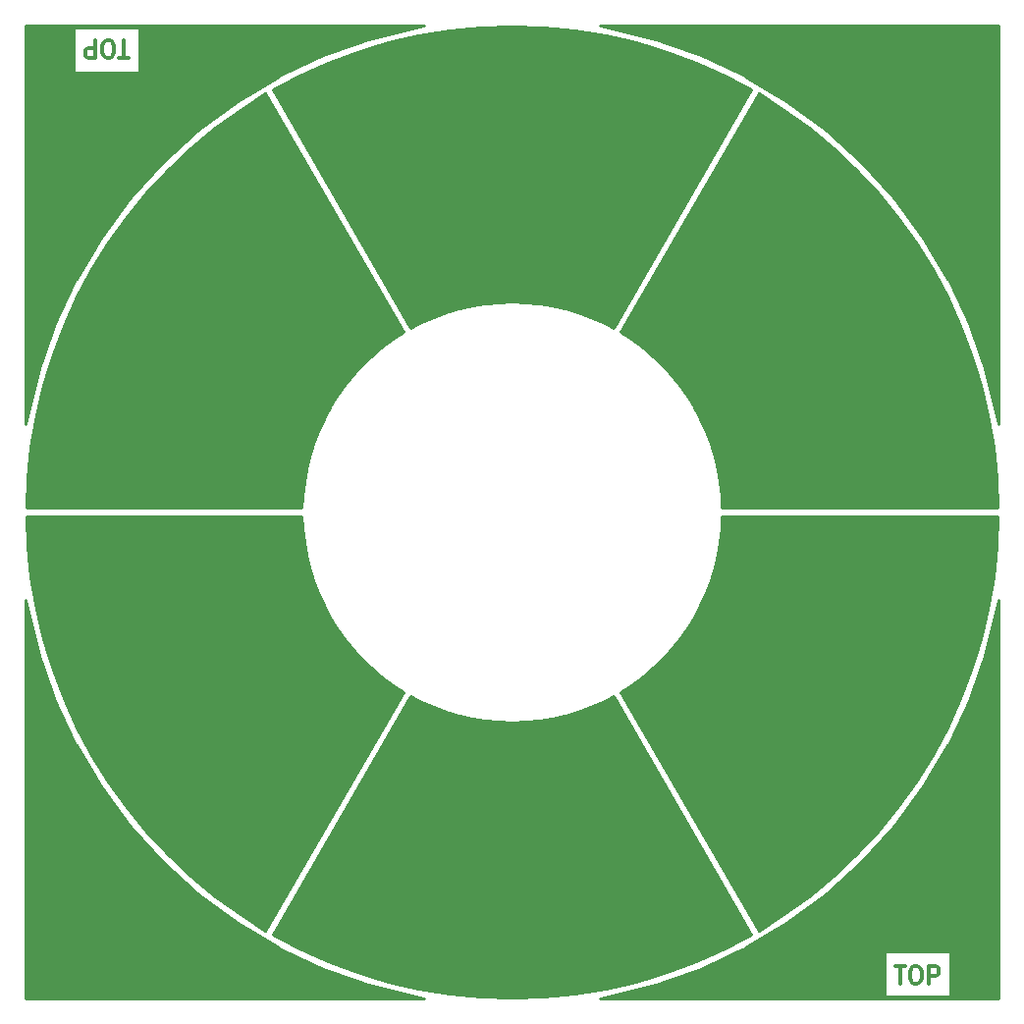
<source format=gtl>
G04 #@! TF.FileFunction,Copper,L1,Top,Signal*
%FSLAX46Y46*%
G04 Gerber Fmt 4.6, Leading zero omitted, Abs format (unit mm)*
G04 Created by KiCad (PCBNEW 4.0.2-stable) date Fri 12 Aug 2016 03:12:41 PM CEST*
%MOMM*%
G01*
G04 APERTURE LIST*
%ADD10C,0.100000*%
%ADD11C,0.300000*%
%ADD12C,5.000000*%
%ADD13C,4.000000*%
%ADD14C,0.254000*%
G04 APERTURE END LIST*
D10*
D11*
X66964286Y-60821429D02*
X66107143Y-60821429D01*
X66535714Y-59321429D02*
X66535714Y-60821429D01*
X65321429Y-60821429D02*
X65035715Y-60821429D01*
X64892857Y-60750000D01*
X64750000Y-60607143D01*
X64678572Y-60321429D01*
X64678572Y-59821429D01*
X64750000Y-59535714D01*
X64892857Y-59392857D01*
X65035715Y-59321429D01*
X65321429Y-59321429D01*
X65464286Y-59392857D01*
X65607143Y-59535714D01*
X65678572Y-59821429D01*
X65678572Y-60321429D01*
X65607143Y-60607143D01*
X65464286Y-60750000D01*
X65321429Y-60821429D01*
X64035714Y-59321429D02*
X64035714Y-60821429D01*
X63464286Y-60821429D01*
X63321428Y-60750000D01*
X63250000Y-60678571D01*
X63178571Y-60535714D01*
X63178571Y-60321429D01*
X63250000Y-60178571D01*
X63321428Y-60107143D01*
X63464286Y-60035714D01*
X64035714Y-60035714D01*
X133035714Y-139178571D02*
X133892857Y-139178571D01*
X133464286Y-140678571D02*
X133464286Y-139178571D01*
X134678571Y-139178571D02*
X134964285Y-139178571D01*
X135107143Y-139250000D01*
X135250000Y-139392857D01*
X135321428Y-139678571D01*
X135321428Y-140178571D01*
X135250000Y-140464286D01*
X135107143Y-140607143D01*
X134964285Y-140678571D01*
X134678571Y-140678571D01*
X134535714Y-140607143D01*
X134392857Y-140464286D01*
X134321428Y-140178571D01*
X134321428Y-139678571D01*
X134392857Y-139392857D01*
X134535714Y-139250000D01*
X134678571Y-139178571D01*
X135964286Y-140678571D02*
X135964286Y-139178571D01*
X136535714Y-139178571D01*
X136678572Y-139250000D01*
X136750000Y-139321429D01*
X136821429Y-139464286D01*
X136821429Y-139678571D01*
X136750000Y-139821429D01*
X136678572Y-139892857D01*
X136535714Y-139964286D01*
X135964286Y-139964286D01*
D12*
X92258330Y-119562178D03*
X87062178Y-116562178D03*
X86857695Y-83370835D03*
X92053848Y-80370835D03*
X121000000Y-97000000D03*
X121000000Y-103000000D03*
D13*
X65000000Y-135000000D03*
X135000000Y-135000000D03*
X65000000Y-65000000D03*
X135000000Y-65000000D03*
D14*
G36*
X120607160Y-136446639D02*
X118324090Y-137650634D01*
X115851212Y-138756698D01*
X113312011Y-139700540D01*
X110717095Y-140478222D01*
X108077315Y-141086489D01*
X105403725Y-141522793D01*
X102707543Y-141785306D01*
X100000000Y-141872933D01*
X97292457Y-141785306D01*
X94596275Y-141522793D01*
X91922685Y-141086489D01*
X89282905Y-140478222D01*
X86687989Y-139700540D01*
X84148788Y-138756698D01*
X81675910Y-137650634D01*
X79392840Y-136446639D01*
X91266679Y-115880508D01*
X92177161Y-116352033D01*
X92184460Y-116355523D01*
X93234180Y-116816941D01*
X93241686Y-116819959D01*
X94318655Y-117213603D01*
X94326338Y-117216137D01*
X95426186Y-117540412D01*
X95434015Y-117542451D01*
X96552277Y-117796039D01*
X96560220Y-117797576D01*
X97692360Y-117979449D01*
X97700385Y-117980477D01*
X98841808Y-118089897D01*
X98849882Y-118090413D01*
X99995955Y-118126936D01*
X100004045Y-118126936D01*
X101150118Y-118090413D01*
X101158192Y-118089897D01*
X102299615Y-117980477D01*
X102307640Y-117979449D01*
X103439780Y-117797576D01*
X103447723Y-117796039D01*
X104565985Y-117542451D01*
X104573814Y-117540412D01*
X105673662Y-117216137D01*
X105681345Y-117213603D01*
X106758314Y-116819959D01*
X106765820Y-116816941D01*
X107815540Y-116355523D01*
X107822839Y-116352033D01*
X108733321Y-115880508D01*
X120607160Y-136446639D01*
X120607160Y-136446639D01*
G37*
X120607160Y-136446639D02*
X118324090Y-137650634D01*
X115851212Y-138756698D01*
X113312011Y-139700540D01*
X110717095Y-140478222D01*
X108077315Y-141086489D01*
X105403725Y-141522793D01*
X102707543Y-141785306D01*
X100000000Y-141872933D01*
X97292457Y-141785306D01*
X94596275Y-141522793D01*
X91922685Y-141086489D01*
X89282905Y-140478222D01*
X86687989Y-139700540D01*
X84148788Y-138756698D01*
X81675910Y-137650634D01*
X79392840Y-136446639D01*
X91266679Y-115880508D01*
X92177161Y-116352033D01*
X92184460Y-116355523D01*
X93234180Y-116816941D01*
X93241686Y-116819959D01*
X94318655Y-117213603D01*
X94326338Y-117216137D01*
X95426186Y-117540412D01*
X95434015Y-117542451D01*
X96552277Y-117796039D01*
X96560220Y-117797576D01*
X97692360Y-117979449D01*
X97700385Y-117980477D01*
X98841808Y-118089897D01*
X98849882Y-118090413D01*
X99995955Y-118126936D01*
X100004045Y-118126936D01*
X101150118Y-118090413D01*
X101158192Y-118089897D01*
X102299615Y-117980477D01*
X102307640Y-117979449D01*
X103439780Y-117797576D01*
X103447723Y-117796039D01*
X104565985Y-117542451D01*
X104573814Y-117540412D01*
X105673662Y-117216137D01*
X105681345Y-117213603D01*
X106758314Y-116819959D01*
X106765820Y-116816941D01*
X107815540Y-116355523D01*
X107822839Y-116352033D01*
X108733321Y-115880508D01*
X120607160Y-136446639D01*
G36*
X81927304Y-101401240D02*
X81927931Y-101409306D01*
X82053192Y-102549099D01*
X82054332Y-102557108D01*
X82251911Y-103686612D01*
X82253558Y-103694533D01*
X82522651Y-104809166D01*
X82524799Y-104816966D01*
X82864317Y-105912205D01*
X82866957Y-105919852D01*
X83275520Y-106991250D01*
X83278642Y-106998714D01*
X83754593Y-108041925D01*
X83758184Y-108049175D01*
X84299591Y-109059965D01*
X84303636Y-109066971D01*
X84908302Y-110041238D01*
X84912785Y-110047973D01*
X85578257Y-110981764D01*
X85583160Y-110988199D01*
X86306737Y-111877725D01*
X86312040Y-111883835D01*
X87090785Y-112725484D01*
X87096465Y-112731245D01*
X87927218Y-113521604D01*
X87933254Y-113526991D01*
X88812645Y-114262851D01*
X88819012Y-114267842D01*
X89743471Y-114946218D01*
X89750143Y-114950794D01*
X90613737Y-115503531D01*
X78739864Y-136069644D01*
X76555634Y-134694441D01*
X74361323Y-133105903D01*
X72274331Y-131378812D01*
X70303373Y-129520381D01*
X68456713Y-127538403D01*
X66742071Y-125441164D01*
X65166637Y-123237455D01*
X63736973Y-120936462D01*
X62459096Y-118547858D01*
X61338345Y-116081634D01*
X60379398Y-113548080D01*
X59586285Y-110957836D01*
X58962318Y-108321729D01*
X58510109Y-105650795D01*
X58231550Y-102956201D01*
X58132705Y-100376996D01*
X81880417Y-100376976D01*
X81927304Y-101401240D01*
X81927304Y-101401240D01*
G37*
X81927304Y-101401240D02*
X81927931Y-101409306D01*
X82053192Y-102549099D01*
X82054332Y-102557108D01*
X82251911Y-103686612D01*
X82253558Y-103694533D01*
X82522651Y-104809166D01*
X82524799Y-104816966D01*
X82864317Y-105912205D01*
X82866957Y-105919852D01*
X83275520Y-106991250D01*
X83278642Y-106998714D01*
X83754593Y-108041925D01*
X83758184Y-108049175D01*
X84299591Y-109059965D01*
X84303636Y-109066971D01*
X84908302Y-110041238D01*
X84912785Y-110047973D01*
X85578257Y-110981764D01*
X85583160Y-110988199D01*
X86306737Y-111877725D01*
X86312040Y-111883835D01*
X87090785Y-112725484D01*
X87096465Y-112731245D01*
X87927218Y-113521604D01*
X87933254Y-113526991D01*
X88812645Y-114262851D01*
X88819012Y-114267842D01*
X89743471Y-114946218D01*
X89750143Y-114950794D01*
X90613737Y-115503531D01*
X78739864Y-136069644D01*
X76555634Y-134694441D01*
X74361323Y-133105903D01*
X72274331Y-131378812D01*
X70303373Y-129520381D01*
X68456713Y-127538403D01*
X66742071Y-125441164D01*
X65166637Y-123237455D01*
X63736973Y-120936462D01*
X62459096Y-118547858D01*
X61338345Y-116081634D01*
X60379398Y-113548080D01*
X59586285Y-110957836D01*
X58962318Y-108321729D01*
X58510109Y-105650795D01*
X58231550Y-102956201D01*
X58132705Y-100376996D01*
X81880417Y-100376976D01*
X81927304Y-101401240D01*
G36*
X90613737Y-84496469D02*
X89750143Y-85049206D01*
X89743471Y-85053782D01*
X88819012Y-85732158D01*
X88812645Y-85737149D01*
X87933254Y-86473009D01*
X87927218Y-86478396D01*
X87096465Y-87268755D01*
X87090785Y-87274516D01*
X86312040Y-88116165D01*
X86306737Y-88122275D01*
X85583160Y-89011801D01*
X85578257Y-89018236D01*
X84912785Y-89952027D01*
X84908302Y-89958762D01*
X84303636Y-90933029D01*
X84299591Y-90940035D01*
X83758184Y-91950825D01*
X83754593Y-91958075D01*
X83278642Y-93001286D01*
X83275520Y-93008750D01*
X82866957Y-94080148D01*
X82864317Y-94087795D01*
X82524799Y-95183034D01*
X82522651Y-95190834D01*
X82253558Y-96305467D01*
X82251911Y-96313388D01*
X82054332Y-97442892D01*
X82053192Y-97450901D01*
X81927931Y-98590694D01*
X81927304Y-98598760D01*
X81880417Y-99623024D01*
X58132705Y-99623004D01*
X58231550Y-97043799D01*
X58510109Y-94349205D01*
X58962318Y-91678271D01*
X59586285Y-89042164D01*
X60379398Y-86451920D01*
X61338345Y-83918366D01*
X62459096Y-81452142D01*
X63736973Y-79063538D01*
X65166637Y-76762545D01*
X66742071Y-74558836D01*
X68456713Y-72461597D01*
X70303373Y-70479619D01*
X72274331Y-68621188D01*
X74361323Y-66894097D01*
X76555634Y-65305559D01*
X78739864Y-63930356D01*
X90613737Y-84496469D01*
X90613737Y-84496469D01*
G37*
X90613737Y-84496469D02*
X89750143Y-85049206D01*
X89743471Y-85053782D01*
X88819012Y-85732158D01*
X88812645Y-85737149D01*
X87933254Y-86473009D01*
X87927218Y-86478396D01*
X87096465Y-87268755D01*
X87090785Y-87274516D01*
X86312040Y-88116165D01*
X86306737Y-88122275D01*
X85583160Y-89011801D01*
X85578257Y-89018236D01*
X84912785Y-89952027D01*
X84908302Y-89958762D01*
X84303636Y-90933029D01*
X84299591Y-90940035D01*
X83758184Y-91950825D01*
X83754593Y-91958075D01*
X83278642Y-93001286D01*
X83275520Y-93008750D01*
X82866957Y-94080148D01*
X82864317Y-94087795D01*
X82524799Y-95183034D01*
X82522651Y-95190834D01*
X82253558Y-96305467D01*
X82251911Y-96313388D01*
X82054332Y-97442892D01*
X82053192Y-97450901D01*
X81927931Y-98590694D01*
X81927304Y-98598760D01*
X81880417Y-99623024D01*
X58132705Y-99623004D01*
X58231550Y-97043799D01*
X58510109Y-94349205D01*
X58962318Y-91678271D01*
X59586285Y-89042164D01*
X60379398Y-86451920D01*
X61338345Y-83918366D01*
X62459096Y-81452142D01*
X63736973Y-79063538D01*
X65166637Y-76762545D01*
X66742071Y-74558836D01*
X68456713Y-72461597D01*
X70303373Y-70479619D01*
X72274331Y-68621188D01*
X74361323Y-66894097D01*
X76555634Y-65305559D01*
X78739864Y-63930356D01*
X90613737Y-84496469D01*
G36*
X102707543Y-58214694D02*
X105403725Y-58477207D01*
X108077315Y-58913511D01*
X110717095Y-59521778D01*
X113312011Y-60299460D01*
X115851212Y-61243302D01*
X118324090Y-62349366D01*
X120607160Y-63553361D01*
X108733321Y-84119492D01*
X107822839Y-83647967D01*
X107815540Y-83644477D01*
X106765820Y-83183059D01*
X106758314Y-83180041D01*
X105681345Y-82786397D01*
X105673662Y-82783863D01*
X104573814Y-82459588D01*
X104565985Y-82457549D01*
X103447723Y-82203961D01*
X103439780Y-82202424D01*
X102307640Y-82020551D01*
X102299615Y-82019523D01*
X101158192Y-81910103D01*
X101150118Y-81909587D01*
X100004045Y-81873064D01*
X99995955Y-81873064D01*
X98849882Y-81909587D01*
X98841808Y-81910103D01*
X97700385Y-82019523D01*
X97692360Y-82020551D01*
X96560220Y-82202424D01*
X96552277Y-82203961D01*
X95434015Y-82457549D01*
X95426186Y-82459588D01*
X94326338Y-82783863D01*
X94318655Y-82786397D01*
X93241686Y-83180041D01*
X93234180Y-83183059D01*
X92184460Y-83644477D01*
X92177161Y-83647967D01*
X91266679Y-84119492D01*
X79392840Y-63553361D01*
X81675910Y-62349366D01*
X84148788Y-61243302D01*
X86687989Y-60299460D01*
X89282905Y-59521778D01*
X91922685Y-58913511D01*
X94596275Y-58477207D01*
X97292457Y-58214694D01*
X100000000Y-58127067D01*
X102707543Y-58214694D01*
X102707543Y-58214694D01*
G37*
X102707543Y-58214694D02*
X105403725Y-58477207D01*
X108077315Y-58913511D01*
X110717095Y-59521778D01*
X113312011Y-60299460D01*
X115851212Y-61243302D01*
X118324090Y-62349366D01*
X120607160Y-63553361D01*
X108733321Y-84119492D01*
X107822839Y-83647967D01*
X107815540Y-83644477D01*
X106765820Y-83183059D01*
X106758314Y-83180041D01*
X105681345Y-82786397D01*
X105673662Y-82783863D01*
X104573814Y-82459588D01*
X104565985Y-82457549D01*
X103447723Y-82203961D01*
X103439780Y-82202424D01*
X102307640Y-82020551D01*
X102299615Y-82019523D01*
X101158192Y-81910103D01*
X101150118Y-81909587D01*
X100004045Y-81873064D01*
X99995955Y-81873064D01*
X98849882Y-81909587D01*
X98841808Y-81910103D01*
X97700385Y-82019523D01*
X97692360Y-82020551D01*
X96560220Y-82202424D01*
X96552277Y-82203961D01*
X95434015Y-82457549D01*
X95426186Y-82459588D01*
X94326338Y-82783863D01*
X94318655Y-82786397D01*
X93241686Y-83180041D01*
X93234180Y-83183059D01*
X92184460Y-83644477D01*
X92177161Y-83647967D01*
X91266679Y-84119492D01*
X79392840Y-63553361D01*
X81675910Y-62349366D01*
X84148788Y-61243302D01*
X86687989Y-60299460D01*
X89282905Y-59521778D01*
X91922685Y-58913511D01*
X94596275Y-58477207D01*
X97292457Y-58214694D01*
X100000000Y-58127067D01*
X102707543Y-58214694D01*
G36*
X123444366Y-65305559D02*
X125638677Y-66894097D01*
X127725669Y-68621188D01*
X129696627Y-70479619D01*
X131543287Y-72461597D01*
X133257929Y-74558836D01*
X134833363Y-76762545D01*
X136263027Y-79063538D01*
X137540904Y-81452142D01*
X138661655Y-83918366D01*
X139620602Y-86451920D01*
X140413715Y-89042164D01*
X141037682Y-91678271D01*
X141489891Y-94349205D01*
X141768450Y-97043799D01*
X141867295Y-99623004D01*
X118119583Y-99623024D01*
X118072696Y-98598760D01*
X118072069Y-98590694D01*
X117946808Y-97450901D01*
X117945668Y-97442892D01*
X117748089Y-96313388D01*
X117746442Y-96305467D01*
X117477349Y-95190834D01*
X117475201Y-95183034D01*
X117135683Y-94087795D01*
X117133043Y-94080148D01*
X116724480Y-93008750D01*
X116721358Y-93001286D01*
X116245407Y-91958075D01*
X116241816Y-91950825D01*
X115700409Y-90940035D01*
X115696364Y-90933029D01*
X115091698Y-89958762D01*
X115087215Y-89952027D01*
X114421743Y-89018236D01*
X114416840Y-89011801D01*
X113693263Y-88122275D01*
X113687960Y-88116165D01*
X112909215Y-87274516D01*
X112903535Y-87268755D01*
X112072782Y-86478396D01*
X112066746Y-86473009D01*
X111187355Y-85737149D01*
X111180988Y-85732158D01*
X110256529Y-85053782D01*
X110249857Y-85049206D01*
X109386263Y-84496469D01*
X121260136Y-63930356D01*
X123444366Y-65305559D01*
X123444366Y-65305559D01*
G37*
X123444366Y-65305559D02*
X125638677Y-66894097D01*
X127725669Y-68621188D01*
X129696627Y-70479619D01*
X131543287Y-72461597D01*
X133257929Y-74558836D01*
X134833363Y-76762545D01*
X136263027Y-79063538D01*
X137540904Y-81452142D01*
X138661655Y-83918366D01*
X139620602Y-86451920D01*
X140413715Y-89042164D01*
X141037682Y-91678271D01*
X141489891Y-94349205D01*
X141768450Y-97043799D01*
X141867295Y-99623004D01*
X118119583Y-99623024D01*
X118072696Y-98598760D01*
X118072069Y-98590694D01*
X117946808Y-97450901D01*
X117945668Y-97442892D01*
X117748089Y-96313388D01*
X117746442Y-96305467D01*
X117477349Y-95190834D01*
X117475201Y-95183034D01*
X117135683Y-94087795D01*
X117133043Y-94080148D01*
X116724480Y-93008750D01*
X116721358Y-93001286D01*
X116245407Y-91958075D01*
X116241816Y-91950825D01*
X115700409Y-90940035D01*
X115696364Y-90933029D01*
X115091698Y-89958762D01*
X115087215Y-89952027D01*
X114421743Y-89018236D01*
X114416840Y-89011801D01*
X113693263Y-88122275D01*
X113687960Y-88116165D01*
X112909215Y-87274516D01*
X112903535Y-87268755D01*
X112072782Y-86478396D01*
X112066746Y-86473009D01*
X111187355Y-85737149D01*
X111180988Y-85732158D01*
X110256529Y-85053782D01*
X110249857Y-85049206D01*
X109386263Y-84496469D01*
X121260136Y-63930356D01*
X123444366Y-65305559D01*
G36*
X141867295Y-100376996D02*
X141768450Y-102956201D01*
X141489891Y-105650795D01*
X141037682Y-108321729D01*
X140413715Y-110957836D01*
X139620602Y-113548080D01*
X138661655Y-116081634D01*
X137540904Y-118547858D01*
X136263027Y-120936462D01*
X134833363Y-123237455D01*
X133257929Y-125441164D01*
X131543287Y-127538403D01*
X129696627Y-129520381D01*
X127725669Y-131378812D01*
X125638677Y-133105903D01*
X123444366Y-134694441D01*
X121260136Y-136069644D01*
X109386263Y-115503531D01*
X110249857Y-114950794D01*
X110256529Y-114946218D01*
X111180988Y-114267842D01*
X111187355Y-114262851D01*
X112066746Y-113526991D01*
X112072782Y-113521604D01*
X112903535Y-112731245D01*
X112909215Y-112725484D01*
X113687960Y-111883835D01*
X113693263Y-111877725D01*
X114416840Y-110988199D01*
X114421743Y-110981764D01*
X115087215Y-110047973D01*
X115091698Y-110041238D01*
X115696364Y-109066971D01*
X115700409Y-109059965D01*
X116241816Y-108049175D01*
X116245407Y-108041925D01*
X116721358Y-106998714D01*
X116724480Y-106991250D01*
X117133043Y-105919852D01*
X117135683Y-105912205D01*
X117475201Y-104816966D01*
X117477349Y-104809166D01*
X117746442Y-103694533D01*
X117748089Y-103686612D01*
X117945668Y-102557108D01*
X117946808Y-102549099D01*
X118072069Y-101409306D01*
X118072696Y-101401240D01*
X118119583Y-100376976D01*
X141867295Y-100376996D01*
X141867295Y-100376996D01*
G37*
X141867295Y-100376996D02*
X141768450Y-102956201D01*
X141489891Y-105650795D01*
X141037682Y-108321729D01*
X140413715Y-110957836D01*
X139620602Y-113548080D01*
X138661655Y-116081634D01*
X137540904Y-118547858D01*
X136263027Y-120936462D01*
X134833363Y-123237455D01*
X133257929Y-125441164D01*
X131543287Y-127538403D01*
X129696627Y-129520381D01*
X127725669Y-131378812D01*
X125638677Y-133105903D01*
X123444366Y-134694441D01*
X121260136Y-136069644D01*
X109386263Y-115503531D01*
X110249857Y-114950794D01*
X110256529Y-114946218D01*
X111180988Y-114267842D01*
X111187355Y-114262851D01*
X112066746Y-113526991D01*
X112072782Y-113521604D01*
X112903535Y-112731245D01*
X112909215Y-112725484D01*
X113687960Y-111883835D01*
X113693263Y-111877725D01*
X114416840Y-110988199D01*
X114421743Y-110981764D01*
X115087215Y-110047973D01*
X115091698Y-110041238D01*
X115696364Y-109066971D01*
X115700409Y-109059965D01*
X116241816Y-108049175D01*
X116245407Y-108041925D01*
X116721358Y-106998714D01*
X116724480Y-106991250D01*
X117133043Y-105919852D01*
X117135683Y-105912205D01*
X117475201Y-104816966D01*
X117477349Y-104809166D01*
X117746442Y-103694533D01*
X117748089Y-103686612D01*
X117945668Y-102557108D01*
X117946808Y-102549099D01*
X118072069Y-101409306D01*
X118072696Y-101401240D01*
X118119583Y-100376976D01*
X141867295Y-100376996D01*
G36*
X141922500Y-141922500D02*
X107544813Y-141922500D01*
X108309974Y-141808999D01*
X108322197Y-141806568D01*
X112367957Y-140793158D01*
X112379884Y-140789540D01*
X116306831Y-139384456D01*
X116318345Y-139379687D01*
X119398251Y-137923000D01*
X132165857Y-137923000D01*
X132165857Y-141777000D01*
X137834143Y-141777000D01*
X137834143Y-137923000D01*
X132165857Y-137923000D01*
X119398251Y-137923000D01*
X120088660Y-137596461D01*
X120099652Y-137590586D01*
X123677026Y-135446391D01*
X123687389Y-135439466D01*
X127037369Y-132954951D01*
X127047003Y-132947045D01*
X130137326Y-130146139D01*
X130146139Y-130137326D01*
X132947045Y-127047003D01*
X132954951Y-127037369D01*
X135439466Y-123687389D01*
X135446391Y-123677026D01*
X137590586Y-120099652D01*
X137596461Y-120088660D01*
X139379687Y-116318345D01*
X139384456Y-116306831D01*
X140789540Y-112379884D01*
X140793158Y-112367957D01*
X141806568Y-108322197D01*
X141808999Y-108309974D01*
X141922500Y-107544813D01*
X141922500Y-141922500D01*
X141922500Y-141922500D01*
G37*
X141922500Y-141922500D02*
X107544813Y-141922500D01*
X108309974Y-141808999D01*
X108322197Y-141806568D01*
X112367957Y-140793158D01*
X112379884Y-140789540D01*
X116306831Y-139384456D01*
X116318345Y-139379687D01*
X119398251Y-137923000D01*
X132165857Y-137923000D01*
X132165857Y-141777000D01*
X137834143Y-141777000D01*
X137834143Y-137923000D01*
X132165857Y-137923000D01*
X119398251Y-137923000D01*
X120088660Y-137596461D01*
X120099652Y-137590586D01*
X123677026Y-135446391D01*
X123687389Y-135439466D01*
X127037369Y-132954951D01*
X127047003Y-132947045D01*
X130137326Y-130146139D01*
X130146139Y-130137326D01*
X132947045Y-127047003D01*
X132954951Y-127037369D01*
X135439466Y-123687389D01*
X135446391Y-123677026D01*
X137590586Y-120099652D01*
X137596461Y-120088660D01*
X139379687Y-116318345D01*
X139384456Y-116306831D01*
X140789540Y-112379884D01*
X140793158Y-112367957D01*
X141806568Y-108322197D01*
X141808999Y-108309974D01*
X141922500Y-107544813D01*
X141922500Y-141922500D01*
G36*
X58191001Y-108309974D02*
X58193432Y-108322197D01*
X59206842Y-112367957D01*
X59210460Y-112379884D01*
X60615544Y-116306831D01*
X60620313Y-116318345D01*
X62403539Y-120088660D01*
X62409414Y-120099652D01*
X64553609Y-123677026D01*
X64560534Y-123687389D01*
X67045049Y-127037369D01*
X67052955Y-127047003D01*
X69853861Y-130137326D01*
X69862674Y-130146139D01*
X72952997Y-132947045D01*
X72962631Y-132954951D01*
X76312611Y-135439466D01*
X76322974Y-135446391D01*
X79900348Y-137590586D01*
X79911340Y-137596461D01*
X83681655Y-139379687D01*
X83693169Y-139384456D01*
X87620116Y-140789540D01*
X87632043Y-140793158D01*
X91677803Y-141806568D01*
X91690026Y-141808999D01*
X92455187Y-141922500D01*
X58077500Y-141922500D01*
X58077500Y-107544813D01*
X58191001Y-108309974D01*
X58191001Y-108309974D01*
G37*
X58191001Y-108309974D02*
X58193432Y-108322197D01*
X59206842Y-112367957D01*
X59210460Y-112379884D01*
X60615544Y-116306831D01*
X60620313Y-116318345D01*
X62403539Y-120088660D01*
X62409414Y-120099652D01*
X64553609Y-123677026D01*
X64560534Y-123687389D01*
X67045049Y-127037369D01*
X67052955Y-127047003D01*
X69853861Y-130137326D01*
X69862674Y-130146139D01*
X72952997Y-132947045D01*
X72962631Y-132954951D01*
X76312611Y-135439466D01*
X76322974Y-135446391D01*
X79900348Y-137590586D01*
X79911340Y-137596461D01*
X83681655Y-139379687D01*
X83693169Y-139384456D01*
X87620116Y-140789540D01*
X87632043Y-140793158D01*
X91677803Y-141806568D01*
X91690026Y-141808999D01*
X92455187Y-141922500D01*
X58077500Y-141922500D01*
X58077500Y-107544813D01*
X58191001Y-108309974D01*
G36*
X91690026Y-58191001D02*
X91677803Y-58193432D01*
X87632043Y-59206842D01*
X87620116Y-59210460D01*
X83693169Y-60615544D01*
X83681655Y-60620313D01*
X79911340Y-62403539D01*
X79900348Y-62409414D01*
X76322974Y-64553609D01*
X76312611Y-64560534D01*
X72962631Y-67045049D01*
X72952997Y-67052955D01*
X69862674Y-69853861D01*
X69853861Y-69862674D01*
X67052955Y-72952997D01*
X67045049Y-72962631D01*
X64560534Y-76312611D01*
X64553609Y-76322974D01*
X62409414Y-79900348D01*
X62403539Y-79911340D01*
X60620313Y-83681655D01*
X60615544Y-83693169D01*
X59210460Y-87620116D01*
X59206842Y-87632043D01*
X58193432Y-91677803D01*
X58191001Y-91690026D01*
X58077500Y-92455187D01*
X58077500Y-58223000D01*
X62165857Y-58223000D01*
X62165857Y-62077000D01*
X67834143Y-62077000D01*
X67834143Y-58223000D01*
X62165857Y-58223000D01*
X58077500Y-58223000D01*
X58077500Y-58077500D01*
X92455187Y-58077500D01*
X91690026Y-58191001D01*
X91690026Y-58191001D01*
G37*
X91690026Y-58191001D02*
X91677803Y-58193432D01*
X87632043Y-59206842D01*
X87620116Y-59210460D01*
X83693169Y-60615544D01*
X83681655Y-60620313D01*
X79911340Y-62403539D01*
X79900348Y-62409414D01*
X76322974Y-64553609D01*
X76312611Y-64560534D01*
X72962631Y-67045049D01*
X72952997Y-67052955D01*
X69862674Y-69853861D01*
X69853861Y-69862674D01*
X67052955Y-72952997D01*
X67045049Y-72962631D01*
X64560534Y-76312611D01*
X64553609Y-76322974D01*
X62409414Y-79900348D01*
X62403539Y-79911340D01*
X60620313Y-83681655D01*
X60615544Y-83693169D01*
X59210460Y-87620116D01*
X59206842Y-87632043D01*
X58193432Y-91677803D01*
X58191001Y-91690026D01*
X58077500Y-92455187D01*
X58077500Y-58223000D01*
X62165857Y-58223000D01*
X62165857Y-62077000D01*
X67834143Y-62077000D01*
X67834143Y-58223000D01*
X62165857Y-58223000D01*
X58077500Y-58223000D01*
X58077500Y-58077500D01*
X92455187Y-58077500D01*
X91690026Y-58191001D01*
G36*
X141922500Y-92455187D02*
X141808999Y-91690026D01*
X141806568Y-91677803D01*
X140793158Y-87632043D01*
X140789540Y-87620116D01*
X139384456Y-83693169D01*
X139379687Y-83681655D01*
X137596461Y-79911340D01*
X137590586Y-79900348D01*
X135446391Y-76322974D01*
X135439466Y-76312611D01*
X132954951Y-72962631D01*
X132947045Y-72952997D01*
X130146139Y-69862674D01*
X130137326Y-69853861D01*
X127047003Y-67052955D01*
X127037369Y-67045049D01*
X123687389Y-64560534D01*
X123677026Y-64553609D01*
X120099652Y-62409414D01*
X120088660Y-62403539D01*
X116318345Y-60620313D01*
X116306831Y-60615544D01*
X112379884Y-59210460D01*
X112367957Y-59206842D01*
X108322197Y-58193432D01*
X108309974Y-58191001D01*
X107544813Y-58077500D01*
X141922500Y-58077500D01*
X141922500Y-92455187D01*
X141922500Y-92455187D01*
G37*
X141922500Y-92455187D02*
X141808999Y-91690026D01*
X141806568Y-91677803D01*
X140793158Y-87632043D01*
X140789540Y-87620116D01*
X139384456Y-83693169D01*
X139379687Y-83681655D01*
X137596461Y-79911340D01*
X137590586Y-79900348D01*
X135446391Y-76322974D01*
X135439466Y-76312611D01*
X132954951Y-72962631D01*
X132947045Y-72952997D01*
X130146139Y-69862674D01*
X130137326Y-69853861D01*
X127047003Y-67052955D01*
X127037369Y-67045049D01*
X123687389Y-64560534D01*
X123677026Y-64553609D01*
X120099652Y-62409414D01*
X120088660Y-62403539D01*
X116318345Y-60620313D01*
X116306831Y-60615544D01*
X112379884Y-59210460D01*
X112367957Y-59206842D01*
X108322197Y-58193432D01*
X108309974Y-58191001D01*
X107544813Y-58077500D01*
X141922500Y-58077500D01*
X141922500Y-92455187D01*
M02*

</source>
